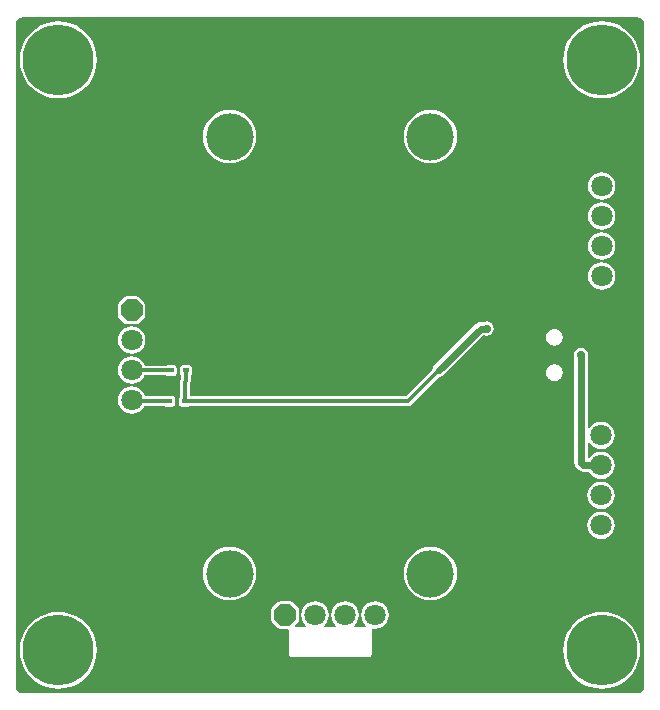
<source format=gbl>
G04 Layer_Physical_Order=2*
G04 Layer_Color=16711680*
%FSLAX44Y44*%
%MOMM*%
G71*
G01*
G75*
%ADD14C,0.6000*%
%ADD15P,1.9483X8X22.5*%
%ADD16C,1.8000*%
%ADD17P,1.9483X8X292.5*%
%ADD18C,6.0000*%
%ADD19C,4.0000*%
%ADD20C,0.7000*%
%ADD21R,0.5000X0.4000*%
%ADD22C,0.3000*%
G36*
X537366Y585711D02*
X539371Y584371D01*
X540711Y582366D01*
X541149Y580167D01*
X541115Y580000D01*
Y20000D01*
X541149Y19833D01*
X540711Y17634D01*
X539371Y15629D01*
X537366Y14289D01*
X536199Y14057D01*
X535000Y13885D01*
Y13885D01*
X15000D01*
X14833Y13851D01*
X12634Y14289D01*
X10629Y15629D01*
X9289Y17634D01*
X9057Y18801D01*
X8885Y20000D01*
X8885D01*
Y580000D01*
X8851Y580167D01*
X9289Y582366D01*
X10629Y584371D01*
X12634Y585711D01*
X14833Y586149D01*
X15000Y586115D01*
X535000D01*
X535167Y586149D01*
X537366Y585711D01*
D02*
G37*
%LPC*%
G36*
X487500Y306158D02*
X485143Y305690D01*
X483145Y304355D01*
X481810Y302357D01*
X481342Y300000D01*
X481810Y297643D01*
X481852Y297582D01*
Y208750D01*
X481852Y208750D01*
X482281Y206588D01*
X483506Y204756D01*
X485506Y202756D01*
X485506Y202756D01*
X487338Y201531D01*
X489500Y201101D01*
X489500Y201101D01*
X494349D01*
X494420Y200930D01*
X496270Y198520D01*
X498680Y196670D01*
X501488Y195507D01*
X504500Y195110D01*
X507513Y195507D01*
X510320Y196670D01*
X512730Y198520D01*
X514580Y200930D01*
X515743Y203738D01*
X516140Y206750D01*
X515743Y209762D01*
X514580Y212570D01*
X512730Y214980D01*
X510320Y216830D01*
X507513Y217993D01*
X504500Y218390D01*
X501488Y217993D01*
X498680Y216830D01*
X496270Y214980D01*
X494420Y212570D01*
X494349Y212398D01*
X493148D01*
Y226081D01*
X494418Y226333D01*
X494420Y226330D01*
X496270Y223920D01*
X498680Y222070D01*
X501488Y220907D01*
X504500Y220511D01*
X507513Y220907D01*
X510320Y222070D01*
X512730Y223920D01*
X514580Y226330D01*
X515743Y229137D01*
X516140Y232150D01*
X515743Y235163D01*
X514580Y237970D01*
X512730Y240380D01*
X510320Y242230D01*
X507513Y243393D01*
X504500Y243790D01*
X501488Y243393D01*
X498680Y242230D01*
X496270Y240380D01*
X494420Y237970D01*
X494418Y237967D01*
X493148Y238219D01*
Y297582D01*
X493190Y297643D01*
X493658Y300000D01*
X493190Y302357D01*
X491855Y304355D01*
X489857Y305690D01*
X487500Y306158D01*
D02*
G37*
G36*
X504500Y192990D02*
X501488Y192593D01*
X498680Y191430D01*
X496270Y189580D01*
X494420Y187170D01*
X493257Y184363D01*
X492860Y181350D01*
X493257Y178337D01*
X494420Y175530D01*
X496270Y173120D01*
X498680Y171270D01*
X501488Y170107D01*
X504500Y169711D01*
X507513Y170107D01*
X510320Y171270D01*
X512730Y173120D01*
X514580Y175530D01*
X515743Y178337D01*
X516140Y181350D01*
X515743Y184363D01*
X514580Y187170D01*
X512730Y189580D01*
X510320Y191430D01*
X507513Y192593D01*
X504500Y192990D01*
D02*
G37*
G36*
X107000Y273540D02*
X103988Y273143D01*
X101180Y271980D01*
X98770Y270130D01*
X96920Y267720D01*
X95757Y264913D01*
X95360Y261900D01*
X95757Y258888D01*
X96920Y256080D01*
X98770Y253670D01*
X101180Y251820D01*
X103988Y250657D01*
X107000Y250261D01*
X110013Y250657D01*
X112820Y251820D01*
X115230Y253670D01*
X117080Y256080D01*
X117412Y256881D01*
X135100D01*
X135509Y256607D01*
X136500Y256410D01*
X141500D01*
X142491Y256607D01*
X143331Y257169D01*
X143893Y258009D01*
X144090Y259000D01*
Y263000D01*
X143893Y263991D01*
X143331Y264831D01*
X142491Y265393D01*
X141500Y265590D01*
X136500D01*
X135509Y265393D01*
X135100Y265119D01*
X118157D01*
X117080Y267720D01*
X115230Y270130D01*
X112820Y271980D01*
X110013Y273143D01*
X107000Y273540D01*
D02*
G37*
G36*
Y298940D02*
X103988Y298543D01*
X101180Y297380D01*
X98770Y295530D01*
X96920Y293120D01*
X95757Y290313D01*
X95360Y287300D01*
X95757Y284287D01*
X96920Y281480D01*
X98770Y279070D01*
X101180Y277220D01*
X103988Y276057D01*
X107000Y275660D01*
X110013Y276057D01*
X112820Y277220D01*
X115230Y279070D01*
X117080Y281480D01*
X117660Y282881D01*
X136100D01*
X136509Y282607D01*
X137500Y282410D01*
X142500D01*
X143491Y282607D01*
X144331Y283169D01*
X144893Y284009D01*
X145090Y285000D01*
Y289000D01*
X144893Y289991D01*
X144331Y290831D01*
X143491Y291393D01*
X142500Y291590D01*
X137500D01*
X136509Y291393D01*
X136100Y291119D01*
X117909D01*
X117080Y293120D01*
X115230Y295530D01*
X112820Y297380D01*
X110013Y298543D01*
X107000Y298940D01*
D02*
G37*
G36*
X465505Y292368D02*
X464495D01*
X462739Y292019D01*
X461805Y291632D01*
X460317Y290638D01*
X460317Y290638D01*
X459602Y289923D01*
X459602Y289923D01*
X458608Y288435D01*
X458221Y287501D01*
X457872Y285745D01*
Y285490D01*
X457822Y285240D01*
X457872Y284990D01*
Y284735D01*
X458221Y282979D01*
X458608Y282045D01*
X459602Y280557D01*
X459602Y280557D01*
X460317Y279842D01*
X460317Y279842D01*
X461805Y278848D01*
X462739Y278461D01*
X464495Y278112D01*
X465505D01*
X467261Y278461D01*
X468195Y278848D01*
X469683Y279842D01*
X469683Y279842D01*
X470398Y280557D01*
X470398Y280557D01*
X471392Y282045D01*
X471779Y282979D01*
X472128Y284735D01*
Y284990D01*
X472178Y285240D01*
X472128Y285490D01*
Y285745D01*
X471779Y287501D01*
X471392Y288435D01*
X470398Y289923D01*
X470398Y289923D01*
X469683Y290638D01*
X469683Y290638D01*
X468195Y291632D01*
X467261Y292019D01*
X465505Y292368D01*
D02*
G37*
G36*
X504500Y167590D02*
X501488Y167193D01*
X498680Y166030D01*
X496270Y164180D01*
X494420Y161770D01*
X493257Y158962D01*
X492860Y155950D01*
X493257Y152937D01*
X494420Y150130D01*
X496270Y147720D01*
X498680Y145870D01*
X501488Y144707D01*
X504500Y144311D01*
X507513Y144707D01*
X510320Y145870D01*
X512730Y147720D01*
X514580Y150130D01*
X515743Y152937D01*
X516140Y155950D01*
X515743Y158962D01*
X514580Y161770D01*
X512730Y164180D01*
X510320Y166030D01*
X507513Y167193D01*
X504500Y167590D01*
D02*
G37*
G36*
X505000Y82641D02*
X499894Y82239D01*
X494913Y81043D01*
X490182Y79083D01*
X485814Y76407D01*
X481920Y73080D01*
X478593Y69186D01*
X475917Y64819D01*
X473957Y60086D01*
X472761Y55106D01*
X472359Y50000D01*
X472761Y44894D01*
X473957Y39913D01*
X475917Y35182D01*
X478593Y30814D01*
X481920Y26920D01*
X485814Y23593D01*
X490182Y20917D01*
X494913Y18957D01*
X499894Y17761D01*
X505000Y17359D01*
X510106Y17761D01*
X515087Y18957D01*
X519818Y20917D01*
X524186Y23593D01*
X528080Y26920D01*
X531407Y30814D01*
X534083Y35182D01*
X536043Y39913D01*
X537239Y44894D01*
X537641Y50000D01*
X537239Y55106D01*
X536043Y60086D01*
X534083Y64819D01*
X531407Y69186D01*
X528080Y73080D01*
X524186Y76407D01*
X519818Y79083D01*
X515087Y81043D01*
X510106Y82239D01*
X505000Y82641D01*
D02*
G37*
G36*
X45000D02*
X39894Y82239D01*
X34913Y81043D01*
X30182Y79083D01*
X25814Y76407D01*
X21920Y73080D01*
X18593Y69186D01*
X15917Y64819D01*
X13957Y60086D01*
X12761Y55106D01*
X12359Y50000D01*
X12761Y44894D01*
X13957Y39913D01*
X15917Y35182D01*
X18593Y30814D01*
X21920Y26920D01*
X25814Y23593D01*
X30182Y20917D01*
X34913Y18957D01*
X39894Y17761D01*
X45000Y17359D01*
X50106Y17761D01*
X55086Y18957D01*
X59819Y20917D01*
X64186Y23593D01*
X68080Y26920D01*
X71407Y30814D01*
X74083Y35182D01*
X76043Y39913D01*
X77239Y44894D01*
X77641Y50000D01*
X77239Y55106D01*
X76043Y60086D01*
X74083Y64819D01*
X71407Y69186D01*
X68080Y73080D01*
X64186Y76407D01*
X59819Y79083D01*
X55086Y81043D01*
X50106Y82239D01*
X45000Y82641D01*
D02*
G37*
G36*
X313100Y91640D02*
X310088Y91243D01*
X307280Y90080D01*
X304870Y88230D01*
X303020Y85820D01*
X301857Y83013D01*
X301460Y80000D01*
X301857Y76988D01*
X303020Y74180D01*
X304870Y71770D01*
X305795Y71060D01*
X305364Y69790D01*
X295436D01*
X295005Y71060D01*
X295930Y71770D01*
X297780Y74180D01*
X298943Y76988D01*
X299340Y80000D01*
X298943Y83013D01*
X297780Y85820D01*
X295930Y88230D01*
X293520Y90080D01*
X290713Y91243D01*
X287700Y91640D01*
X284688Y91243D01*
X281880Y90080D01*
X279470Y88230D01*
X277620Y85820D01*
X276457Y83013D01*
X276061Y80000D01*
X276457Y76988D01*
X277620Y74180D01*
X279470Y71770D01*
X280395Y71060D01*
X279963Y69790D01*
X270037D01*
X269605Y71060D01*
X270530Y71770D01*
X272380Y74180D01*
X273543Y76988D01*
X273940Y80000D01*
X273543Y83013D01*
X272380Y85820D01*
X270530Y88230D01*
X268120Y90080D01*
X265313Y91243D01*
X262300Y91640D01*
X259287Y91243D01*
X256480Y90080D01*
X254070Y88230D01*
X252220Y85820D01*
X251057Y83013D01*
X250660Y80000D01*
X251057Y76988D01*
X252220Y74180D01*
X254070Y71770D01*
X254995Y71060D01*
X254564Y69790D01*
X245512D01*
X245026Y70963D01*
X247731Y73669D01*
X248293Y74509D01*
X248490Y75500D01*
Y84500D01*
X248293Y85491D01*
X247731Y86331D01*
X243231Y90831D01*
X242391Y91393D01*
X241400Y91590D01*
X232400D01*
X231409Y91393D01*
X230569Y90831D01*
X226069Y86331D01*
X225507Y85491D01*
X225310Y84500D01*
Y75500D01*
X225507Y74509D01*
X226069Y73669D01*
X230569Y69169D01*
X231409Y68607D01*
X232400Y68410D01*
X238856D01*
X239910Y67200D01*
Y47200D01*
X240107Y46209D01*
X240669Y45369D01*
X241509Y44807D01*
X242500Y44610D01*
X307500D01*
X308491Y44807D01*
X309331Y45369D01*
X309893Y46209D01*
X310090Y47200D01*
Y67200D01*
X310033Y67483D01*
X311006Y68636D01*
X313100Y68361D01*
X316113Y68757D01*
X318920Y69920D01*
X321330Y71770D01*
X323180Y74180D01*
X324343Y76988D01*
X324740Y80000D01*
X324343Y83013D01*
X323180Y85820D01*
X321330Y88230D01*
X318920Y90080D01*
X316113Y91243D01*
X313100Y91640D01*
D02*
G37*
G36*
X360000Y137649D02*
X355581Y137214D01*
X351333Y135925D01*
X347417Y133832D01*
X343985Y131015D01*
X341168Y127583D01*
X339075Y123667D01*
X337786Y119419D01*
X337351Y115000D01*
X337786Y110581D01*
X339075Y106333D01*
X341168Y102417D01*
X343985Y98985D01*
X347417Y96168D01*
X351333Y94075D01*
X355581Y92786D01*
X360000Y92351D01*
X364419Y92786D01*
X368667Y94075D01*
X372583Y96168D01*
X376015Y98985D01*
X378832Y102417D01*
X380925Y106333D01*
X382214Y110581D01*
X382649Y115000D01*
X382214Y119419D01*
X380925Y123667D01*
X378832Y127583D01*
X376015Y131015D01*
X372583Y133832D01*
X368667Y135925D01*
X364419Y137214D01*
X360000Y137649D01*
D02*
G37*
G36*
X190000D02*
X185581Y137214D01*
X181333Y135925D01*
X177417Y133832D01*
X173985Y131015D01*
X171168Y127583D01*
X169075Y123667D01*
X167786Y119419D01*
X167351Y115000D01*
X167786Y110581D01*
X169075Y106333D01*
X171168Y102417D01*
X173985Y98985D01*
X177417Y96168D01*
X181333Y94075D01*
X185581Y92786D01*
X190000Y92351D01*
X194419Y92786D01*
X198667Y94075D01*
X202583Y96168D01*
X206015Y98985D01*
X208832Y102417D01*
X210925Y106333D01*
X212214Y110581D01*
X212649Y115000D01*
X212214Y119419D01*
X210925Y123667D01*
X208832Y127583D01*
X206015Y131015D01*
X202583Y133832D01*
X198667Y135925D01*
X194419Y137214D01*
X190000Y137649D01*
D02*
G37*
G36*
X107000Y324340D02*
X103988Y323943D01*
X101180Y322780D01*
X98770Y320930D01*
X96920Y318520D01*
X95757Y315713D01*
X95360Y312700D01*
X95757Y309688D01*
X96920Y306880D01*
X98770Y304470D01*
X101180Y302620D01*
X103988Y301457D01*
X107000Y301061D01*
X110013Y301457D01*
X112820Y302620D01*
X115230Y304470D01*
X117080Y306880D01*
X118243Y309688D01*
X118640Y312700D01*
X118243Y315713D01*
X117080Y318520D01*
X115230Y320930D01*
X112820Y322780D01*
X110013Y323943D01*
X107000Y324340D01*
D02*
G37*
G36*
X190000Y507649D02*
X185581Y507214D01*
X181333Y505925D01*
X177417Y503832D01*
X173985Y501015D01*
X171168Y497583D01*
X169075Y493667D01*
X167786Y489419D01*
X167351Y485000D01*
X167786Y480581D01*
X169075Y476333D01*
X171168Y472417D01*
X173985Y468985D01*
X177417Y466168D01*
X181333Y464075D01*
X185581Y462786D01*
X190000Y462351D01*
X194419Y462786D01*
X198667Y464075D01*
X202583Y466168D01*
X206015Y468985D01*
X208832Y472417D01*
X210925Y476333D01*
X212214Y480581D01*
X212649Y485000D01*
X212214Y489419D01*
X210925Y493667D01*
X208832Y497583D01*
X206015Y501015D01*
X202583Y503832D01*
X198667Y505925D01*
X194419Y507214D01*
X190000Y507649D01*
D02*
G37*
G36*
X505000Y454740D02*
X501987Y454343D01*
X499180Y453180D01*
X496770Y451330D01*
X494920Y448920D01*
X493757Y446113D01*
X493360Y443100D01*
X493757Y440088D01*
X494920Y437280D01*
X496770Y434870D01*
X499180Y433020D01*
X501987Y431857D01*
X505000Y431460D01*
X508013Y431857D01*
X510820Y433020D01*
X513230Y434870D01*
X515080Y437280D01*
X516243Y440088D01*
X516640Y443100D01*
X516243Y446113D01*
X515080Y448920D01*
X513230Y451330D01*
X510820Y453180D01*
X508013Y454343D01*
X505000Y454740D01*
D02*
G37*
G36*
X360000Y507649D02*
X355581Y507214D01*
X351333Y505925D01*
X347417Y503832D01*
X343985Y501015D01*
X341168Y497583D01*
X339075Y493667D01*
X337786Y489419D01*
X337351Y485000D01*
X337786Y480581D01*
X339075Y476333D01*
X341168Y472417D01*
X343985Y468985D01*
X347417Y466168D01*
X351333Y464075D01*
X355581Y462786D01*
X360000Y462351D01*
X364419Y462786D01*
X368667Y464075D01*
X372583Y466168D01*
X376015Y468985D01*
X378832Y472417D01*
X380925Y476333D01*
X382214Y480581D01*
X382649Y485000D01*
X382214Y489419D01*
X380925Y493667D01*
X378832Y497583D01*
X376015Y501015D01*
X372583Y503832D01*
X368667Y505925D01*
X364419Y507214D01*
X360000Y507649D01*
D02*
G37*
G36*
X505000Y582641D02*
X499894Y582239D01*
X494913Y581043D01*
X490182Y579083D01*
X485814Y576407D01*
X481920Y573080D01*
X478593Y569186D01*
X475917Y564818D01*
X473957Y560087D01*
X472761Y555106D01*
X472359Y550000D01*
X472761Y544894D01*
X473957Y539913D01*
X475917Y535182D01*
X478593Y530814D01*
X481920Y526920D01*
X485814Y523593D01*
X490182Y520917D01*
X494913Y518957D01*
X499894Y517761D01*
X505000Y517359D01*
X510106Y517761D01*
X515087Y518957D01*
X519818Y520917D01*
X524186Y523593D01*
X528080Y526920D01*
X531407Y530814D01*
X534083Y535182D01*
X536043Y539913D01*
X537239Y544894D01*
X537641Y550000D01*
X537239Y555106D01*
X536043Y560087D01*
X534083Y564818D01*
X531407Y569186D01*
X528080Y573080D01*
X524186Y576407D01*
X519818Y579083D01*
X515087Y581043D01*
X510106Y582239D01*
X505000Y582641D01*
D02*
G37*
G36*
X45000D02*
X39894Y582239D01*
X34913Y581043D01*
X30182Y579083D01*
X25814Y576407D01*
X21920Y573080D01*
X18593Y569186D01*
X15917Y564818D01*
X13957Y560087D01*
X12761Y555106D01*
X12359Y550000D01*
X12761Y544894D01*
X13957Y539913D01*
X15917Y535182D01*
X18593Y530814D01*
X21920Y526920D01*
X25814Y523593D01*
X30182Y520917D01*
X34913Y518957D01*
X39894Y517761D01*
X45000Y517359D01*
X50106Y517761D01*
X55086Y518957D01*
X59819Y520917D01*
X64186Y523593D01*
X68080Y526920D01*
X71407Y530814D01*
X74083Y535182D01*
X76043Y539913D01*
X77239Y544894D01*
X77641Y550000D01*
X77239Y555106D01*
X76043Y560087D01*
X74083Y564818D01*
X71407Y569186D01*
X68080Y573080D01*
X64186Y576407D01*
X59819Y579083D01*
X55086Y581043D01*
X50106Y582239D01*
X45000Y582641D01*
D02*
G37*
G36*
X505000Y429340D02*
X501987Y428943D01*
X499180Y427780D01*
X496770Y425930D01*
X494920Y423520D01*
X493757Y420713D01*
X493360Y417700D01*
X493757Y414688D01*
X494920Y411880D01*
X496770Y409470D01*
X499180Y407620D01*
X501987Y406457D01*
X505000Y406060D01*
X508013Y406457D01*
X510820Y407620D01*
X513230Y409470D01*
X515080Y411880D01*
X516243Y414688D01*
X516640Y417700D01*
X516243Y420713D01*
X515080Y423520D01*
X513230Y425930D01*
X510820Y427780D01*
X508013Y428943D01*
X505000Y429340D01*
D02*
G37*
G36*
X407500Y328658D02*
X405143Y328190D01*
X405082Y328148D01*
X402500D01*
X400338Y327719D01*
X398506Y326494D01*
X398506Y326494D01*
X363306Y291294D01*
X362081Y289462D01*
X361695Y287521D01*
X339294Y265119D01*
X156119D01*
Y275396D01*
X156806Y276424D01*
X157119Y278000D01*
Y283027D01*
X157331Y283169D01*
X157893Y284009D01*
X158090Y285000D01*
Y289000D01*
X157893Y289991D01*
X157331Y290831D01*
X156491Y291393D01*
X155500Y291590D01*
X150500D01*
X149509Y291393D01*
X148669Y290831D01*
X148107Y289991D01*
X147910Y289000D01*
Y285000D01*
X148107Y284009D01*
X148669Y283169D01*
X148881Y283027D01*
Y279604D01*
X148194Y278576D01*
X147881Y277000D01*
Y264973D01*
X147669Y264831D01*
X147107Y263991D01*
X146910Y263000D01*
Y259000D01*
X147107Y258009D01*
X147669Y257169D01*
X148509Y256607D01*
X149500Y256410D01*
X154500D01*
X155491Y256607D01*
X155900Y256881D01*
X341000D01*
X342576Y257194D01*
X343913Y258087D01*
X367521Y281695D01*
X369462Y282082D01*
X371294Y283306D01*
X404840Y316852D01*
X405082D01*
X405143Y316810D01*
X407500Y316342D01*
X409857Y316810D01*
X411855Y318145D01*
X413190Y320143D01*
X413658Y322500D01*
X413190Y324857D01*
X411855Y326855D01*
X409857Y328190D01*
X407500Y328658D01*
D02*
G37*
G36*
X465505Y322368D02*
X464495D01*
X462739Y322019D01*
X461805Y321632D01*
X460317Y320638D01*
X460317Y320638D01*
X459602Y319923D01*
X459602Y319923D01*
X458608Y318435D01*
X458221Y317501D01*
X457872Y315745D01*
Y315490D01*
X457822Y315240D01*
X457872Y314990D01*
Y314735D01*
X458221Y312979D01*
X458608Y312045D01*
X459602Y310557D01*
X459602Y310557D01*
X460317Y309842D01*
X460317Y309842D01*
X461805Y308848D01*
X462739Y308461D01*
X464495Y308112D01*
X465505D01*
X467261Y308461D01*
X468195Y308848D01*
X469683Y309842D01*
X469683Y309842D01*
X470398Y310557D01*
X470398Y310557D01*
X471392Y312045D01*
X471779Y312979D01*
X472128Y314735D01*
Y314990D01*
X472178Y315240D01*
X472128Y315490D01*
Y315745D01*
X471779Y317501D01*
X471392Y318435D01*
X470398Y319923D01*
X470398Y319923D01*
X469683Y320638D01*
X469683Y320638D01*
X468195Y321632D01*
X467261Y322019D01*
X465505Y322368D01*
D02*
G37*
G36*
X111500Y349690D02*
X102500D01*
X101509Y349493D01*
X100669Y348931D01*
X96169Y344431D01*
X95607Y343591D01*
X95410Y342600D01*
Y333600D01*
X95607Y332609D01*
X96169Y331769D01*
X100669Y327269D01*
X101509Y326707D01*
X102500Y326510D01*
X111500D01*
X112491Y326707D01*
X113331Y327269D01*
X117831Y331769D01*
X118393Y332609D01*
X118590Y333600D01*
Y342600D01*
X118393Y343591D01*
X117831Y344431D01*
X113331Y348931D01*
X112491Y349493D01*
X111500Y349690D01*
D02*
G37*
G36*
X505000Y403940D02*
X501987Y403543D01*
X499180Y402380D01*
X496770Y400530D01*
X494920Y398120D01*
X493757Y395312D01*
X493360Y392300D01*
X493757Y389287D01*
X494920Y386480D01*
X496770Y384070D01*
X499180Y382220D01*
X501987Y381057D01*
X505000Y380661D01*
X508013Y381057D01*
X510820Y382220D01*
X513230Y384070D01*
X515080Y386480D01*
X516243Y389287D01*
X516640Y392300D01*
X516243Y395312D01*
X515080Y398120D01*
X513230Y400530D01*
X510820Y402380D01*
X508013Y403543D01*
X505000Y403940D01*
D02*
G37*
G36*
Y378540D02*
X501987Y378143D01*
X499180Y376980D01*
X496770Y375130D01*
X494920Y372720D01*
X493757Y369912D01*
X493360Y366900D01*
X493757Y363887D01*
X494920Y361080D01*
X496770Y358670D01*
X499180Y356820D01*
X501987Y355657D01*
X505000Y355261D01*
X508013Y355657D01*
X510820Y356820D01*
X513230Y358670D01*
X515080Y361080D01*
X516243Y363887D01*
X516640Y366900D01*
X516243Y369912D01*
X515080Y372720D01*
X513230Y375130D01*
X510820Y376980D01*
X508013Y378143D01*
X505000Y378540D01*
D02*
G37*
%LPD*%
D14*
X487500Y208750D02*
X489500Y206750D01*
X487500Y208750D02*
Y300000D01*
X489500Y206750D02*
X504500D01*
X402500Y322500D02*
X407500D01*
X367300Y287300D02*
X402500Y322500D01*
D15*
X236900Y80000D02*
D03*
D16*
X262300D02*
D03*
X287700D02*
D03*
X313100D02*
D03*
X107000Y261900D02*
D03*
Y287300D02*
D03*
Y312700D02*
D03*
X504500Y206750D02*
D03*
Y181350D02*
D03*
Y155950D02*
D03*
Y232150D02*
D03*
X505000Y417700D02*
D03*
Y392300D02*
D03*
Y366900D02*
D03*
Y443100D02*
D03*
D17*
X107000Y338100D02*
D03*
D18*
X505000Y550000D02*
D03*
X45000D02*
D03*
Y50000D02*
D03*
X505000D02*
D03*
D19*
X360000Y485000D02*
D03*
X190000D02*
D03*
Y115000D02*
D03*
X360000D02*
D03*
D20*
X487500Y300000D02*
D03*
X407500Y322500D02*
D03*
D21*
X153000Y287000D02*
D03*
X140000D02*
D03*
X152000Y261000D02*
D03*
X139000D02*
D03*
D22*
X107300Y287000D02*
X140000D01*
X107000Y287300D02*
X107300Y287000D01*
X107900Y261000D02*
X139000D01*
X107000Y261900D02*
X107900Y261000D01*
X152000D02*
X341000D01*
X367300Y287300D01*
X152000Y261000D02*
Y277000D01*
X153000Y278000D01*
Y287000D01*
M02*

</source>
